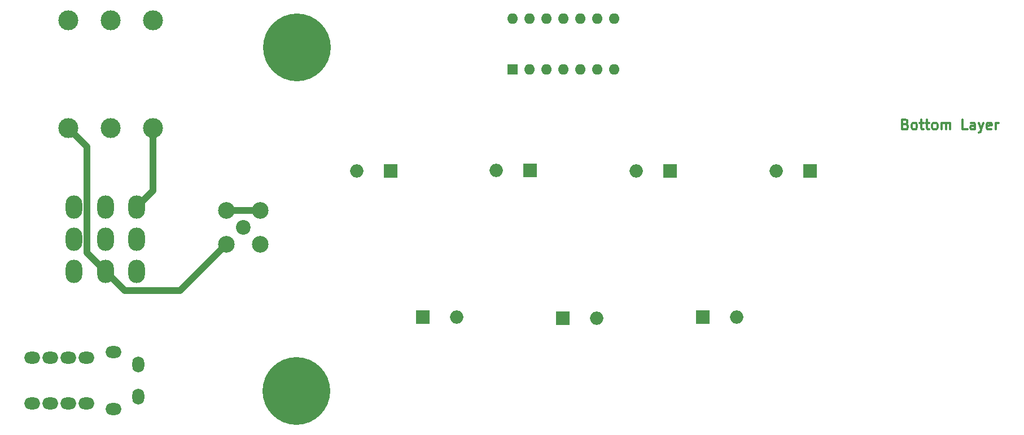
<source format=gbl>
%TF.GenerationSoftware,KiCad,Pcbnew,8.0.1*%
%TF.CreationDate,2024-03-27T19:35:34-03:00*%
%TF.ProjectId,ampsight,616d7073-6967-4687-942e-6b696361645f,rev?*%
%TF.SameCoordinates,Original*%
%TF.FileFunction,Copper,L2,Bot*%
%TF.FilePolarity,Positive*%
%FSLAX46Y46*%
G04 Gerber Fmt 4.6, Leading zero omitted, Abs format (unit mm)*
G04 Created by KiCad (PCBNEW 8.0.1) date 2024-03-27 19:35:34*
%MOMM*%
%LPD*%
G01*
G04 APERTURE LIST*
%ADD10C,0.300000*%
%TA.AperFunction,NonConductor*%
%ADD11C,0.300000*%
%TD*%
%TA.AperFunction,ComponentPad*%
%ADD12R,2.000000X2.000000*%
%TD*%
%TA.AperFunction,ComponentPad*%
%ADD13O,2.000000X2.000000*%
%TD*%
%TA.AperFunction,ComponentPad*%
%ADD14R,1.600000X1.600000*%
%TD*%
%TA.AperFunction,ComponentPad*%
%ADD15O,1.600000X1.600000*%
%TD*%
%TA.AperFunction,ComponentPad*%
%ADD16C,10.160000*%
%TD*%
%TA.AperFunction,ComponentPad*%
%ADD17O,2.500000X3.500000*%
%TD*%
%TA.AperFunction,ComponentPad*%
%ADD18O,2.400000X1.800000*%
%TD*%
%TA.AperFunction,ComponentPad*%
%ADD19O,1.800000X2.400000*%
%TD*%
%TA.AperFunction,ComponentPad*%
%ADD20C,3.000000*%
%TD*%
%TA.AperFunction,ComponentPad*%
%ADD21C,2.200000*%
%TD*%
%TA.AperFunction,ComponentPad*%
%ADD22C,2.500000*%
%TD*%
%TA.AperFunction,Conductor*%
%ADD23C,1.000000*%
%TD*%
G04 APERTURE END LIST*
D10*
D11*
X214304510Y-84015114D02*
X214518796Y-84086542D01*
X214518796Y-84086542D02*
X214590225Y-84157971D01*
X214590225Y-84157971D02*
X214661653Y-84300828D01*
X214661653Y-84300828D02*
X214661653Y-84515114D01*
X214661653Y-84515114D02*
X214590225Y-84657971D01*
X214590225Y-84657971D02*
X214518796Y-84729400D01*
X214518796Y-84729400D02*
X214375939Y-84800828D01*
X214375939Y-84800828D02*
X213804510Y-84800828D01*
X213804510Y-84800828D02*
X213804510Y-83300828D01*
X213804510Y-83300828D02*
X214304510Y-83300828D01*
X214304510Y-83300828D02*
X214447368Y-83372257D01*
X214447368Y-83372257D02*
X214518796Y-83443685D01*
X214518796Y-83443685D02*
X214590225Y-83586542D01*
X214590225Y-83586542D02*
X214590225Y-83729400D01*
X214590225Y-83729400D02*
X214518796Y-83872257D01*
X214518796Y-83872257D02*
X214447368Y-83943685D01*
X214447368Y-83943685D02*
X214304510Y-84015114D01*
X214304510Y-84015114D02*
X213804510Y-84015114D01*
X215518796Y-84800828D02*
X215375939Y-84729400D01*
X215375939Y-84729400D02*
X215304510Y-84657971D01*
X215304510Y-84657971D02*
X215233082Y-84515114D01*
X215233082Y-84515114D02*
X215233082Y-84086542D01*
X215233082Y-84086542D02*
X215304510Y-83943685D01*
X215304510Y-83943685D02*
X215375939Y-83872257D01*
X215375939Y-83872257D02*
X215518796Y-83800828D01*
X215518796Y-83800828D02*
X215733082Y-83800828D01*
X215733082Y-83800828D02*
X215875939Y-83872257D01*
X215875939Y-83872257D02*
X215947368Y-83943685D01*
X215947368Y-83943685D02*
X216018796Y-84086542D01*
X216018796Y-84086542D02*
X216018796Y-84515114D01*
X216018796Y-84515114D02*
X215947368Y-84657971D01*
X215947368Y-84657971D02*
X215875939Y-84729400D01*
X215875939Y-84729400D02*
X215733082Y-84800828D01*
X215733082Y-84800828D02*
X215518796Y-84800828D01*
X216447368Y-83800828D02*
X217018796Y-83800828D01*
X216661653Y-83300828D02*
X216661653Y-84586542D01*
X216661653Y-84586542D02*
X216733082Y-84729400D01*
X216733082Y-84729400D02*
X216875939Y-84800828D01*
X216875939Y-84800828D02*
X217018796Y-84800828D01*
X217304511Y-83800828D02*
X217875939Y-83800828D01*
X217518796Y-83300828D02*
X217518796Y-84586542D01*
X217518796Y-84586542D02*
X217590225Y-84729400D01*
X217590225Y-84729400D02*
X217733082Y-84800828D01*
X217733082Y-84800828D02*
X217875939Y-84800828D01*
X218590225Y-84800828D02*
X218447368Y-84729400D01*
X218447368Y-84729400D02*
X218375939Y-84657971D01*
X218375939Y-84657971D02*
X218304511Y-84515114D01*
X218304511Y-84515114D02*
X218304511Y-84086542D01*
X218304511Y-84086542D02*
X218375939Y-83943685D01*
X218375939Y-83943685D02*
X218447368Y-83872257D01*
X218447368Y-83872257D02*
X218590225Y-83800828D01*
X218590225Y-83800828D02*
X218804511Y-83800828D01*
X218804511Y-83800828D02*
X218947368Y-83872257D01*
X218947368Y-83872257D02*
X219018797Y-83943685D01*
X219018797Y-83943685D02*
X219090225Y-84086542D01*
X219090225Y-84086542D02*
X219090225Y-84515114D01*
X219090225Y-84515114D02*
X219018797Y-84657971D01*
X219018797Y-84657971D02*
X218947368Y-84729400D01*
X218947368Y-84729400D02*
X218804511Y-84800828D01*
X218804511Y-84800828D02*
X218590225Y-84800828D01*
X219733082Y-84800828D02*
X219733082Y-83800828D01*
X219733082Y-83943685D02*
X219804511Y-83872257D01*
X219804511Y-83872257D02*
X219947368Y-83800828D01*
X219947368Y-83800828D02*
X220161654Y-83800828D01*
X220161654Y-83800828D02*
X220304511Y-83872257D01*
X220304511Y-83872257D02*
X220375940Y-84015114D01*
X220375940Y-84015114D02*
X220375940Y-84800828D01*
X220375940Y-84015114D02*
X220447368Y-83872257D01*
X220447368Y-83872257D02*
X220590225Y-83800828D01*
X220590225Y-83800828D02*
X220804511Y-83800828D01*
X220804511Y-83800828D02*
X220947368Y-83872257D01*
X220947368Y-83872257D02*
X221018797Y-84015114D01*
X221018797Y-84015114D02*
X221018797Y-84800828D01*
X223590225Y-84800828D02*
X222875939Y-84800828D01*
X222875939Y-84800828D02*
X222875939Y-83300828D01*
X224733083Y-84800828D02*
X224733083Y-84015114D01*
X224733083Y-84015114D02*
X224661654Y-83872257D01*
X224661654Y-83872257D02*
X224518797Y-83800828D01*
X224518797Y-83800828D02*
X224233083Y-83800828D01*
X224233083Y-83800828D02*
X224090225Y-83872257D01*
X224733083Y-84729400D02*
X224590225Y-84800828D01*
X224590225Y-84800828D02*
X224233083Y-84800828D01*
X224233083Y-84800828D02*
X224090225Y-84729400D01*
X224090225Y-84729400D02*
X224018797Y-84586542D01*
X224018797Y-84586542D02*
X224018797Y-84443685D01*
X224018797Y-84443685D02*
X224090225Y-84300828D01*
X224090225Y-84300828D02*
X224233083Y-84229400D01*
X224233083Y-84229400D02*
X224590225Y-84229400D01*
X224590225Y-84229400D02*
X224733083Y-84157971D01*
X225304511Y-83800828D02*
X225661654Y-84800828D01*
X226018797Y-83800828D02*
X225661654Y-84800828D01*
X225661654Y-84800828D02*
X225518797Y-85157971D01*
X225518797Y-85157971D02*
X225447368Y-85229400D01*
X225447368Y-85229400D02*
X225304511Y-85300828D01*
X227161654Y-84729400D02*
X227018797Y-84800828D01*
X227018797Y-84800828D02*
X226733083Y-84800828D01*
X226733083Y-84800828D02*
X226590225Y-84729400D01*
X226590225Y-84729400D02*
X226518797Y-84586542D01*
X226518797Y-84586542D02*
X226518797Y-84015114D01*
X226518797Y-84015114D02*
X226590225Y-83872257D01*
X226590225Y-83872257D02*
X226733083Y-83800828D01*
X226733083Y-83800828D02*
X227018797Y-83800828D01*
X227018797Y-83800828D02*
X227161654Y-83872257D01*
X227161654Y-83872257D02*
X227233083Y-84015114D01*
X227233083Y-84015114D02*
X227233083Y-84157971D01*
X227233083Y-84157971D02*
X226518797Y-84300828D01*
X227875939Y-84800828D02*
X227875939Y-83800828D01*
X227875939Y-84086542D02*
X227947368Y-83943685D01*
X227947368Y-83943685D02*
X228018797Y-83872257D01*
X228018797Y-83872257D02*
X228161654Y-83800828D01*
X228161654Y-83800828D02*
X228304511Y-83800828D01*
D12*
%TO.P,R7,1*%
%TO.N,Net-(R7-Pad1)*%
X200000000Y-91055000D03*
D13*
%TO.P,R7,2*%
%TO.N,/DUT_N*%
X194920000Y-91055000D03*
%TD*%
%TO.P,R6,2*%
%TO.N,/DUT_N*%
X189000000Y-112945000D03*
D12*
%TO.P,R6,1*%
%TO.N,Net-(R6-Pad1)*%
X183920000Y-112945000D03*
%TD*%
%TO.P,R5,1*%
%TO.N,Net-(R5-Pad1)*%
X179000000Y-91055000D03*
D13*
%TO.P,R5,2*%
%TO.N,/DUT_N*%
X173920000Y-91055000D03*
%TD*%
%TO.P,R4,2*%
%TO.N,/DUT_N*%
X168000000Y-113111666D03*
D12*
%TO.P,R4,1*%
%TO.N,Net-(R4-Pad1)*%
X162920000Y-113111666D03*
%TD*%
%TO.P,R3,1*%
%TO.N,Net-(R3-Pad1)*%
X158000000Y-90971666D03*
D13*
%TO.P,R3,2*%
%TO.N,/DUT_N*%
X152920000Y-90971666D03*
%TD*%
%TO.P,R2,2*%
%TO.N,/DUT_N*%
X147000000Y-112945000D03*
D12*
%TO.P,R2,1*%
%TO.N,Net-(R2-Pad1)*%
X141920000Y-112945000D03*
%TD*%
%TO.P,R1,1*%
%TO.N,Net-(R1-Pad1)*%
X137040000Y-91055000D03*
D13*
%TO.P,R1,2*%
%TO.N,/DUT_N*%
X131960000Y-91055000D03*
%TD*%
D14*
%TO.P,SW1,1*%
%TO.N,Net-(R1-Pad1)*%
X155375000Y-75767500D03*
D15*
%TO.P,SW1,2*%
%TO.N,Net-(R2-Pad1)*%
X157915000Y-75767500D03*
%TO.P,SW1,3*%
%TO.N,Net-(R3-Pad1)*%
X160455000Y-75767500D03*
%TO.P,SW1,4*%
%TO.N,Net-(R4-Pad1)*%
X162995000Y-75767500D03*
%TO.P,SW1,5*%
%TO.N,Net-(R5-Pad1)*%
X165535000Y-75767500D03*
%TO.P,SW1,6*%
%TO.N,Net-(R6-Pad1)*%
X168075000Y-75767500D03*
%TO.P,SW1,7*%
%TO.N,Net-(R7-Pad1)*%
X170615000Y-75767500D03*
%TO.P,SW1,8*%
%TO.N,/DUT_P*%
X170615000Y-68147500D03*
%TO.P,SW1,9*%
X168075000Y-68147500D03*
%TO.P,SW1,10*%
X165535000Y-68147500D03*
%TO.P,SW1,11*%
X162995000Y-68147500D03*
%TO.P,SW1,12*%
X160455000Y-68147500D03*
%TO.P,SW1,13*%
X157915000Y-68147500D03*
%TO.P,SW1,14*%
X155375000Y-68147500D03*
%TD*%
D16*
%TO.P,J7,1,Pin_1*%
%TO.N,/DUT_P*%
X123000000Y-72500000D03*
%TD*%
D17*
%TO.P,SW2,1,C*%
%TO.N,/SE_R*%
X89600000Y-96420000D03*
%TO.P,SW2,2,B*%
%TO.N,/DUT_P*%
X94300000Y-96420000D03*
%TO.P,SW2,3,A*%
%TO.N,/SE_L*%
X99000000Y-96420000D03*
%TO.P,SW2,4,C*%
%TO.N,/BAL_R_P*%
X89600000Y-101250000D03*
%TO.P,SW2,5,B*%
%TO.N,/DUT_P*%
X94300000Y-101250000D03*
%TO.P,SW2,6,A*%
%TO.N,/BAL_L_P*%
X99000000Y-101250000D03*
%TO.P,SW2,7,C*%
%TO.N,/BAL_R_N*%
X89600000Y-106080000D03*
%TO.P,SW2,8,B*%
%TO.N,/DUT_N*%
X94300000Y-106080000D03*
%TO.P,SW2,9,A*%
%TO.N,/BAL_L_N*%
X99000000Y-106080000D03*
%TD*%
D16*
%TO.P,J8,1,Pin_1*%
%TO.N,/DUT_N*%
X122980000Y-124020000D03*
%TD*%
D18*
%TO.P,J2,B*%
%TO.N,unconnected-(J2-PadB)*%
X95500000Y-118250000D03*
%TO.P,J2,R1,L-*%
%TO.N,/BAL_L_N*%
X91450000Y-119050000D03*
X91450000Y-125950000D03*
%TO.P,J2,R2,R+*%
%TO.N,/BAL_R_P*%
X88750000Y-119050000D03*
X88750000Y-125950000D03*
%TO.P,J2,R3,R-*%
%TO.N,/BAL_R_N*%
X86050000Y-119050000D03*
X86050000Y-125950000D03*
%TO.P,J2,S,GND*%
%TO.N,unconnected-(J2-GND-PadS)*%
X83350000Y-119050000D03*
%TO.N,unconnected-(J2-GND-PadS)_0*%
X83350000Y-125950000D03*
D19*
%TO.P,J2,T,L+*%
%TO.N,/BAL_L_P*%
X99240000Y-120100000D03*
X99250000Y-124900000D03*
D18*
%TO.P,J2,TC*%
%TO.N,unconnected-(J2-PadTC)*%
X95500000Y-126750000D03*
%TD*%
D20*
%TO.P,J1,R*%
%TO.N,/SE_R*%
X95085000Y-84615000D03*
%TO.P,J1,RN*%
%TO.N,N/C*%
X95085000Y-68385000D03*
%TO.P,J1,S*%
%TO.N,/DUT_N*%
X88735000Y-84615000D03*
%TO.P,J1,SN*%
%TO.N,N/C*%
X88735000Y-68385000D03*
%TO.P,J1,T*%
%TO.N,/SE_L*%
X101435000Y-84615000D03*
%TO.P,J1,TN*%
%TO.N,N/C*%
X101435000Y-68385000D03*
%TD*%
D21*
%TO.P,J6,1,In*%
%TO.N,/DUT_P*%
X114960000Y-99540000D03*
D22*
%TO.P,J6,2,Ext*%
%TO.N,/DUT_N*%
X112420000Y-97000000D03*
X112420000Y-102080000D03*
X117500000Y-97000000D03*
X117500000Y-102080000D03*
%TD*%
D23*
%TO.N,/DUT_N*%
X105500000Y-109000000D02*
X112420000Y-102080000D01*
X97220000Y-109000000D02*
X105500000Y-109000000D01*
X94300000Y-106080000D02*
X97220000Y-109000000D01*
%TO.N,/SE_L*%
X101435000Y-93985000D02*
X101435000Y-84615000D01*
X99000000Y-96420000D02*
X101435000Y-93985000D01*
%TO.N,/DUT_N*%
X91550000Y-103330000D02*
X94300000Y-106080000D01*
X91550000Y-87430000D02*
X91550000Y-103330000D01*
X88735000Y-84615000D02*
X91550000Y-87430000D01*
X112420000Y-97000000D02*
X117500000Y-97000000D01*
%TD*%
M02*

</source>
